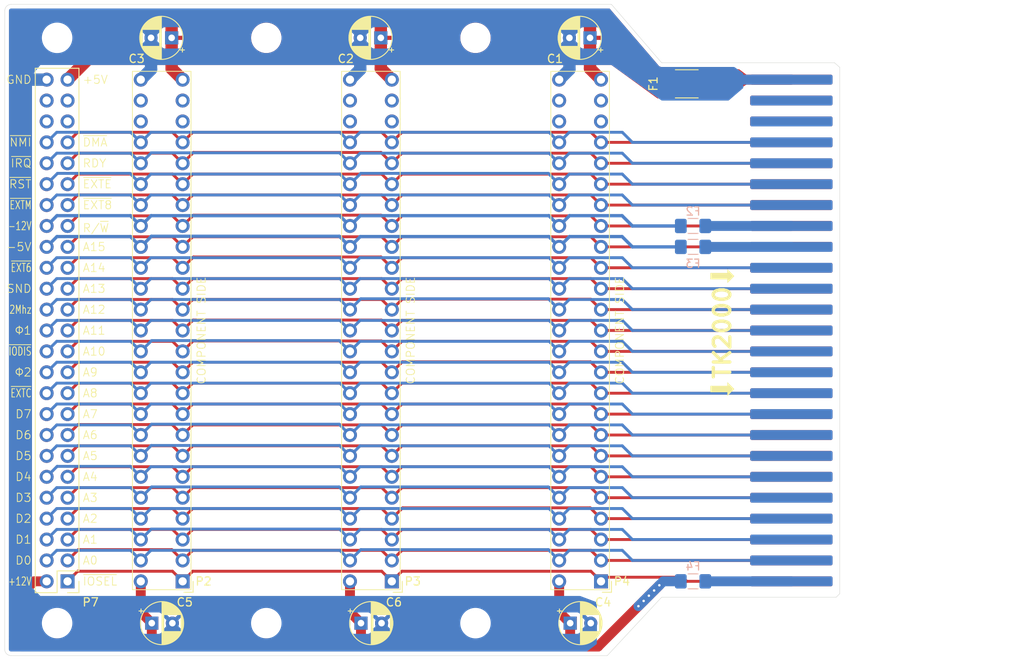
<source format=kicad_pcb>
(kicad_pcb
	(version 20241229)
	(generator "pcbnew")
	(generator_version "9.0")
	(general
		(thickness 1.6)
		(legacy_teardrops no)
	)
	(paper "A4")
	(layers
		(0 "F.Cu" signal)
		(2 "B.Cu" signal)
		(9 "F.Adhes" user "F.Adhesive")
		(11 "B.Adhes" user "B.Adhesive")
		(13 "F.Paste" user)
		(15 "B.Paste" user)
		(5 "F.SilkS" user "F.Silkscreen")
		(7 "B.SilkS" user "B.Silkscreen")
		(1 "F.Mask" user)
		(3 "B.Mask" user)
		(17 "Dwgs.User" user "User.Drawings")
		(19 "Cmts.User" user "User.Comments")
		(21 "Eco1.User" user "User.Eco1")
		(23 "Eco2.User" user "User.Eco2")
		(25 "Edge.Cuts" user)
		(27 "Margin" user)
		(31 "F.CrtYd" user "F.Courtyard")
		(29 "B.CrtYd" user "B.Courtyard")
		(35 "F.Fab" user)
		(33 "B.Fab" user)
		(39 "User.1" user)
		(41 "User.2" user)
		(43 "User.3" user)
		(45 "User.4" user)
	)
	(setup
		(pad_to_mask_clearance 0)
		(allow_soldermask_bridges_in_footprints no)
		(tenting front back)
		(pcbplotparams
			(layerselection 0x00000000_00000000_55555555_5755f5ff)
			(plot_on_all_layers_selection 0x00000000_00000000_00000000_00000000)
			(disableapertmacros no)
			(usegerberextensions no)
			(usegerberattributes yes)
			(usegerberadvancedattributes yes)
			(creategerberjobfile yes)
			(dashed_line_dash_ratio 12.000000)
			(dashed_line_gap_ratio 3.000000)
			(svgprecision 4)
			(plotframeref no)
			(mode 1)
			(useauxorigin no)
			(hpglpennumber 1)
			(hpglpenspeed 20)
			(hpglpendiameter 15.000000)
			(pdf_front_fp_property_popups yes)
			(pdf_back_fp_property_popups yes)
			(pdf_metadata yes)
			(pdf_single_document no)
			(dxfpolygonmode yes)
			(dxfimperialunits yes)
			(dxfusepcbnewfont yes)
			(psnegative no)
			(psa4output no)
			(plot_black_and_white yes)
			(sketchpadsonfab no)
			(plotpadnumbers no)
			(hidednponfab no)
			(sketchdnponfab yes)
			(crossoutdnponfab yes)
			(subtractmaskfromsilk no)
			(outputformat 1)
			(mirror no)
			(drillshape 1)
			(scaleselection 1)
			(outputdirectory "")
		)
	)
	(net 0 "")
	(net 1 "GND")
	(net 2 "+5V")
	(net 3 "+12V")
	(net 4 "Net-(P1-Pin_25)")
	(net 5 "-12V")
	(net 6 "Net-(P1-Pin_33)")
	(net 7 "Net-(P1-Pin_34)")
	(net 8 "-5V")
	(net 9 "Net-(P1-Pin_50)")
	(net 10 "P2_RESET")
	(net 11 "P2_IRQ")
	(net 12 "P2_PHI1")
	(net 13 "P2_EXT8")
	(net 14 "unconnected-(P1-Pin_24-Pad24)")
	(net 15 "P2_A14")
	(net 16 "P2_A5")
	(net 17 "P2_A12")
	(net 18 "P2_EXTE")
	(net 19 "P2_IODIS")
	(net 20 "P2_DMA")
	(net 21 "P2_A8")
	(net 22 "P2_NMI")
	(net 23 "P2_A7")
	(net 24 "P2_A10")
	(net 25 "P2_D7")
	(net 26 "P2_A11")
	(net 27 "P2_A2")
	(net 28 "unconnected-(P1-Pin_27-Pad27)")
	(net 29 "P2_A9")
	(net 30 "P2_A1")
	(net 31 "P2_A0")
	(net 32 "P2_D1")
	(net 33 "P2_R~{W}")
	(net 34 "P2_RDY")
	(net 35 "P2_D0")
	(net 36 "P2_A3")
	(net 37 "unconnected-(P1-Pin_23-Pad23)")
	(net 38 "P2_D2")
	(net 39 "P2_EXTC")
	(net 40 "P2_SOUND")
	(net 41 "P2_D5")
	(net 42 "P2_EXTM")
	(net 43 "P2_2M")
	(net 44 "P2_A4")
	(net 45 "P2_EXT6")
	(net 46 "P2_A15")
	(net 47 "P2_PHI2")
	(net 48 "unconnected-(P1-Pin_28-Pad28)")
	(net 49 "P2_IOSEL")
	(net 50 "P2_A13")
	(net 51 "P2_D4")
	(net 52 "P2_D6")
	(net 53 "P2_A6")
	(net 54 "P2_D3")
	(net 55 "unconnected-(P2-Pin_27-Pad27)")
	(net 56 "unconnected-(P2-Pin_24-Pad24)")
	(net 57 "unconnected-(P2-Pin_23-Pad23)")
	(net 58 "unconnected-(P2-Pin_28-Pad28)")
	(net 59 "unconnected-(P3-Pin_24-Pad24)")
	(net 60 "unconnected-(P3-Pin_23-Pad23)")
	(net 61 "unconnected-(P3-Pin_28-Pad28)")
	(net 62 "unconnected-(P3-Pin_27-Pad27)")
	(net 63 "unconnected-(P4-Pin_28-Pad28)")
	(net 64 "unconnected-(P4-Pin_23-Pad23)")
	(net 65 "unconnected-(P4-Pin_27-Pad27)")
	(net 66 "unconnected-(P4-Pin_24-Pad24)")
	(net 67 "unconnected-(P7-Pin_27-Pad27)")
	(net 68 "unconnected-(P7-Pin_28-Pad28)")
	(net 69 "unconnected-(P7-Pin_24-Pad24)")
	(net 70 "unconnected-(P7-Pin_23-Pad23)")
	(footprint "TK2000:PinSocket_2x25_P2.54mm_Vertical" (layer "F.Cu") (at 100.33 41.656))
	(footprint "Fuse:Fuse_1812_4532Metric_Pad1.30x3.40mm_HandSolder" (layer "F.Cu") (at 138.684 42.164 180))
	(footprint "MountingHole:MountingHole_3.2mm_M3_ISO7380" (layer "F.Cu") (at 87.63 107.696))
	(footprint "Capacitor_THT:CP_Radial_D5.0mm_P2.50mm" (layer "F.Cu") (at 99.124888 107.696))
	(footprint "TK2000:PinSocket_2x25_P2.54mm_Vertical" (layer "F.Cu") (at 74.93 41.656))
	(footprint "TK2000:Conector Edge" (layer "F.Cu") (at 151.384 72.136 90))
	(footprint "TK2000:PinSocket_2x25_P2.54mm_Vertical" (layer "F.Cu") (at 125.73 41.656))
	(footprint "MountingHole:MountingHole_3.2mm_M3_ISO7380" (layer "F.Cu") (at 113.03 107.696))
	(footprint "MountingHole:MountingHole_3.2mm_M3_ISO7380" (layer "F.Cu") (at 87.63 36.576))
	(footprint "Capacitor_THT:CP_Radial_D5.0mm_P2.50mm" (layer "F.Cu") (at 73.724888 107.696))
	(footprint "Capacitor_THT:CP_Radial_D5.0mm_P2.50mm" (layer "F.Cu") (at 124.524888 107.696))
	(footprint "MountingHole:MountingHole_3.2mm_M3_ISO7380" (layer "F.Cu") (at 62.23 36.576))
	(footprint "TK2000:PinHeader_2x25_P2.54mm_Vertical" (layer "F.Cu") (at 60.12 41.656))
	(footprint "MountingHole:MountingHole_3.2mm_M3_ISO7380" (layer "F.Cu") (at 113.03 36.576))
	(footprint "Capacitor_THT:CP_Radial_D5.0mm_P2.50mm"
		(layer "F.Cu")
		(uuid "d9cb1054-33f5-421b-879a-a9c9b048aa48")
		(at 76.135111 36.576 180)
		(descr "CP, Radial series, Radial, pin pitch=2.50mm, diameter=5mm, height=7mm, Electrolytic Capacitor")
		(tags "CP Radial series Radial pin pitch 2.50mm diameter 5mm height 7mm Electrolytic Capacitor")
		(property "Reference" "C3"
			(at 4.253111 -2.54 0)
			(layer "F.SilkS")
			(uuid "2f5a53ab-53ce-4bf6-a4ae-b163d1220430")
			(effects
				(font
					(size 1 1)
					(thickness 0.15)
				)
			)
		)
		(property "Value" "10uF"
			(at 1.25 3.75 0)
			(layer "F.Fab")
			(uuid "e62b8fa8-f4a0-4c0e-b140-7ee3b1592ba7")
			(effects
				(font
					(size 1 1)
					(thickness 0.15)
				)
			)
		)
		(property "Datasheet" ""
			(at 0 0 0)
			(layer "F.Fab")
			(hide yes)
			(uuid "ab36fdb4-9526-4ebb-9875-ecd671aa6a40")
			(effects
				(font
					(size 1.27 1.27)
					(thickness 0.15)
				)
			)
		)
		(property "Description" "Polarized capacitor, small symbol"
			(at 0 0 0)
			(layer "F.Fab")
			(hide yes)
			(uuid "ce0dd9e3-be71-40bb-9f18-c5920d002cf5")
			(effects
				(font
					(size 1.27 1.27)
					(thickness 0.15)
				)
			)
		)
		(property ki_fp_filters "CP_*")
		(path "/aacf48b0-fef1-4222-a99a-b12d55baa341")
		(sheetname "/")
		(sheetfile "TK2K_EXTENDER.kicad_sch")
		(attr through_hole)
		(fp_line
			(start 3.85 -0.283)
			(end 3.85 0.283)
			(stroke
				(width 0.12)
				(type solid)
			)
			(layer "F.SilkS")
			(uuid "ef363fb8-ba81-4914-8dc5-c3cb9df8b4f2")
		)
		(fp_line
			(start 3.81 -0.517)
			(end 3.81 0.517)
			(stroke
				(width 0.12)
				(type solid)
			)
			(layer "F.SilkS")
			(uuid "56f7c7b4-062d-4e4a-b432-4c657ba146bd")
		)
		(fp_line
			(start 3.77 -0.677)
			(end 3.77 0.677)
			(stroke
				(width 0.12)
				(type solid)
			)
			(layer "F.SilkS")
			(uuid "f6e29e9f-0949-4374-8228-fa998027d601")
		)
		(fp_line
			(start 3.73 -0.805)
			(end 3.73 0.805)
			(stroke
				(width 0.12)
				(type solid)
			)
			(layer "F.SilkS")
			(uuid "ac400536-66c9-4afd-b17c-b03c1ce46b8c")
		)
		(fp_line
			(start 3.69 -0.914)
			(end 3.69 0.914)
			(stroke
				(width 0.12)
				(type solid)
			)
			(layer "F.SilkS")
			(uuid "95d3606d-9aea-46da-892b-47ad05434829")
		)
		(fp_line
			(start 3.65 -1.011)
			(end 3.65 1.011)
			(stroke
				(width 0.12)
				(type solid)
			)
			(layer "F.SilkS")
			(uuid "b3127db4-351a-45d9-b1d7-5798d2b707b8")
		)
		(fp_line
			(start 3.61 -1.098)
			(end 3.61 1.098)
			(stroke
				(width 0.12)
				(type solid)
			)
			(layer "F.SilkS")
			(uuid "0e186dfa-9ef2-4a05-9232-6db855a40dab")
		)
		(fp_line
			(start 3.57 -1.177)
			(end 3.57 1.177)
			(stroke
				(width 0.12)
				(type solid)
			)
			(layer "F.SilkS")
			(uuid "ee933265-2bec-4fcb-824b-8692af1fe8f3")
		)
		(fp_line
			(start 3.53 1.04)
			(end 3.53 1.251)
			(stroke
				(width 0.12)
				(type solid)
			)
			(layer "F.SilkS")
			(uuid "01d7af0c-da95-4fb6-a9b9-092a3d644c9b")
		)
		(fp_line
			(start 3.53 -1.251)
			(end 3.53 -1.04)
			(stroke
				(width 0.12)
				(type solid)
			)
			(layer "F.SilkS")
			(uuid "cc5573d9-d554-4fb1-831c-61eb57969606")
		)
		(fp_line
			(start 3.49 1.04)
			(end 3.49 1.319)
			(stroke
				(width 0.12)
				(type solid)
			)
			(layer "F.SilkS")
			(uuid "98a58603-ebd8-42ab-a917-7782825b561e")
		)
		(fp_line
			(start 3.49 -1.319)
			(end 3.49 -1.04)
			(stroke
				(width 0.12)
				(type solid)
			)
			(layer "F.SilkS")
			(uuid "85877a4b-d12e-41af-81c3-65e098baf776")
		)
		(fp_line
			(start 3.45 1.04)
			(end 3.45 1.383)
			(stroke
				(width 0.12)
				(type solid)
			)
			(layer "F.SilkS")
			(uuid "071184a2-0ab0-4bd9-92f8-ccbe1f3ee263")
		)
		(fp_line
			(start 3.45 -1.383)
			(end 3.45 -1.04)
			(stroke
				(width 0.12)
				(type solid)
			)
			(layer "F.SilkS")
			(uuid "3e5571bb-609d-487b-9067-ae1ca0d93bc7")
		)
		(fp_line
			(start 3.41 1.04)
			(end 3.41 1.443)
			(stroke
				(width 0.12)
				(type solid)
			)
			(layer "F.SilkS")
			(uuid "5f66a9d2-cca5-4993-a5fd-5c9297d21689")
		)
		(fp_line
			(start 3.41 -1.443)
			(end 3.41 -1.04)
			(stroke
				(width 0.12)
				(type solid)
			)
			(layer "F.SilkS")
			(uuid "9492f7a1-bf26-487a-a11a-e1a4dfea9987")
		)
		(fp_line
			(start 3.37 1.04)
			(end 3.37 1.499)
			(stroke
				(width 0.12)
				(type solid)
			)
			(layer "F.SilkS")
			(uuid "db017f9b-c0de-4fd0-8efc-1360c1162a32")
		)
		(fp_line
			(start 3.37 -1.499)
			(end 3.37 -1.04)
			(stroke
				(width 0.12)
				(type solid)
			)
			(layer "F.SilkS")
			(uuid "551ef86e-f9f7-4ba5-a6e2-96c87de4756b")
		)
		(fp_line
			(start 3.33 1.04)
			(end 3.33 1.553)
			(stroke
				(width 0.12)
				(type solid)
			)
			(layer "F.SilkS")
			(uuid "b7d5ed50-6270-45d7-96cd-18ba3f777d3f")
		)
		(fp_line
			(start 3.33 -1.553)
			(end 3.33 -1.04)
			(stroke
				(width 0.12)
				(type solid)
			)
			(layer "F.SilkS")
			(uuid "eb20dde4-282a-4c58-b5ee-c1871b0fdb4d")
		)
		(fp_line
			(start 3.29 1.04)
			(end 3.29 1.604)
			(stroke
				(width 0.12)
				(type solid)
			)
			(layer "F.SilkS")
			(uuid "1e50c43b-56db-4a7d-a553-77f491f80d2a")
		)
		(fp_line
			(start 3.29 -1.604)
			(end 3.29 -1.04)
			(stroke
				(width 0.12)
				(type solid)
			)
			(layer "F.SilkS")
			(uuid "69403f73-1045-46a0-8c52-21abdb3887a1")
		)
		(fp_line
			(start 3.25 1.04)
			(end 3.25 1.652)
			(stroke
				(width 0.12)
				(type solid)
			)
			(layer "F.SilkS")
			(uuid "ef240ea9-f196-41d8-8083-132040f10be7")
		)
		(fp_line
			(start 3.25 -1.652)
			(end 3.25 -1.04)
			(stroke
				(width 0.12)
				(type solid)
			)
			(layer "F.SilkS")
			(uuid "41f09212-c5d6-4b35-ba70-d2b0a05eed7a")
		)
		(fp_line
			(start 3.21 1.04)
			(end 3.21 1.699)
			(stroke
				(width 0.12)
				(type solid)
			)
			(layer "F.SilkS")
			(uuid "bdcf616c-bd9a-4201-bd7a-d4f92ca8a0fd")
		)
		(fp_line
			(start 3.21 -1.699)
			(end 3.21 -1.04)
			(stroke
				(width 0.12)
				(type solid)
			)
			(layer "F.SilkS")
			(uuid "82a040da-0744-492d-b800-1a8823d104ce")
		)
		(fp_line
			(start 3.17 1.04)
			(end 3.17 1.743)
			(stroke
				(width 0.12)
				(type solid)
			)
			(layer "F.SilkS")
			(uuid "497ed716-4183-4ae2-8221-b097410faaed")
		)
		(fp_line
			(start 3.17 -1.743)
			(end 3.17 -1.04)
			(stroke
				(width 0.12)
				(type solid)
			)
			(layer "F.SilkS")
			(uuid "17bcbca8-f7a7-446d-a938-885ab9e44ad7")
		)
		(fp_line
			(start 3.13 1.04)
			(end 3.13 1.785)
			(stroke
				(width 0.12)
				(type solid)
			)
			(layer "F.SilkS")
			(uuid "cd57300a-f67b-4106-bed3-e2f218cc06c7")
		)
		(fp_line
			(start 3.13 -1.785)
			(end 3.13 -1.04)
			(stroke
				(width 0.12)
				(type solid)
			)
			(layer "F.SilkS")
			(uuid "99fb2dcf-6456-42a1-a71d-0ab742e67ddf")
		)
		(fp_line
			(start 3.09 1.04)
			(end 3.09 1.825)
			(stroke
				(width 0.12)
				(type solid)
			)
			(layer "F.SilkS")
			(uuid "3158418f-3433-45b7-9cb3-064ec90532fd")
		)
		(fp_line
			(start 3.09 -1.825)
			(end 3.09 -1.04)
			(stroke
				(width 0.12)
				(type solid)
			)
			(layer "F.SilkS")
			(uuid "f06fa067-5eb5-4683-933d-f77ff72e2eac")
		)
		(fp_line
			(start 3.05 1.04)
			(end 3.05 1.864)
			(stroke
				(width 0.12)
				(type solid)
			)
			(layer "F.SilkS")
			(uuid "793ddf22-42e9-40e5-9e90-ccb7ec99f173")
		)
		(fp_line
			(start 3.05 -1.864)
			(end 3.05 -1.04)
			(stroke
				(width 0.12)
				(type solid)
			)
			(layer "F.SilkS")
			(uuid "37602750-5b69-44e5-bac1-6178668364fe")
		)
		(fp_line
			(start 3.01 1.04)
			(end 3.01 1.901)
			(stroke
				(width 0.12)
				(type solid)
			)
			(layer "F.SilkS")
			(uuid "c3ddf3d4-6bfa-4cca-aa4b-9124e853a429")
		)
		(fp_line
			(start 3.01 -1.901)
			(end 3.01 -1.04)
			(stroke
				(width 0.12)
				(type solid)
			)
			(layer "F.SilkS")
			(uuid "9bb14438-1bc1-40f1-8310-b738a218379d")
		)
		(fp_line
			(start 2.97 1.04)
			(end 2.97 1.936)
			(stroke
				(width 0.12)
				(type solid)
			)
			(layer "F.SilkS")
			(uuid "0278f069-072d-4f5a-bf5e-3fde3adac240")
		)
		(fp_line
			(start 2.97 -1.936)
			(end 2.97 -1.04)
			(stroke
				(width 0.12)
				(type solid)
			)
			(layer "F.SilkS")
			(uuid "9074549c-2424-4d2b-bcf2-6a0ce1632262")
		)
		(fp_line
			(start 2.93 1.04)
			(end 2.93 1.97)
			(stroke
				(width 0.12)
				(type solid)
			)
			(layer "F.SilkS")
			(uuid "8d4e7cd2-a5e5-4d3c-8b7b-07c983b1fece")
		)
		(fp_line
			(start 2.93 -1.97)
			(end 2.93 -1.04)
			(stroke
				(width 0.12)
				(type solid)
			)
			(layer "F.SilkS")
			(uuid "d109640c-7a50-411a-9b39-8cc6c7fe63d2")
		)
		(fp_line
			(start 2.89 1.04)
			(end 2.89 2.003)
			(stroke
				(width 0.12)
				(type solid)
			)
			(layer "F.SilkS")
			(uuid "22a5f981-6efb-4194-a990-23b2bd9fee6e")
		)
		(fp_line
			(start 2.89 -2.003)
			(end 2.89 -1.04)
			(stroke
				(width 0.12)
				(type solid)
			)
			(layer "F.SilkS")
			(uuid "14116ad4-7850-4fb6-b9fc-19ca3c0cc219")
		)
		(fp_line
			(start 2.85 1.04)
			(end 2.85 2.035)
			(stroke
				(width 0.12)
				(type solid)
			)
			(layer "F.SilkS")
			(uuid "1c9ce50b-eb91-4261-92ae-dc518ca74291")
		)
		(fp_line
			(start 2.85 -2.035)
			(end 2.85 -1.04)
			(stroke
				(width 0.12)
				(type solid)
			)
			(layer "F.SilkS")
			(uuid "f11815be-c3f3-4062-9125-2ba1f7c9cc4c")
		)
		(fp_line
			(start 2.81 1.04)
			(end 2.81 2.065)
			(stroke
				(width 0.12)
				(type solid)
			)
			(layer "F.SilkS")
			(uuid "eaab98af-116f-42cf-b0a1-6e6d5f74d225")
		)
		(fp_line
			(start 2.81 -2.065)
			(end 2.81 -1.04)
			(stroke
				(width 0.12)
				(type solid)
			)
			(layer "F.SilkS")
			(uuid "58b982a4-1210-482d-89c8-8a3c538703be")
		)
		(fp_line
			(start 2.77 1.04)
			(end 2.77 2.094)
			(stroke
				(width 0.12)
				(type solid)
			)
			(layer "F.SilkS")
			(uuid "97bd3741-ad24-47eb-9054-824c270dbe9d")
		)
		(fp_line
			(start 2.77 -2.094)
			(end 2.77 -1.04)
			(stroke
				(width 0.12)
				(type solid)
			)
			(layer "F.SilkS")
			(uuid "f327717d-531d-4639-b1bf-cd44a95d6b70")
		)
		(fp_line
			(start 2.73 1.04)
			(end 2.73 2.122)
			(stroke
				(width 0.12)
				(type solid)
			)
			(layer "F.SilkS")
			(uuid "cdfececb-0038-4022-bc58-53643d0421ba")
		)
		(fp_line
			(start 2.73 -2.122)
			(end 2.73 -1.04)
			(stroke
				(width 0.12)
				(type solid)
			)
			(layer "F.SilkS")
			(uuid "fac826b2-4a90-4195-947d-a6bd424266f7")
		)
		(fp_line
			(start 2.69 1.04)
			(end 2.69 2.149)
			(stroke
				(width 0.12)
				(type solid)
			)
			(layer "F.SilkS")
			(uuid "766797f4-8567-4e2e-a9c4-1bc4862d5769")
		)
		(fp_line
			(start 2.69 -2.149)
			(end 2.69 -1.04)
			(stroke
				(width 0.12)
				(type solid)
			)
			(layer "F.SilkS")
			(uuid "2a1d053a-4f8c-46e2-bf08-97bad2ac576e")
		)
		(fp_line
			(start 2.65 1.04)
			(end 2.65 2.175)
			(stroke
				(width 0.12)
				(type solid)
			)
			(layer "F.SilkS")
			(uuid "c2440d39-5545-461f-93fb-672e233c66ba")
		)
		(fp_line
			(start 2.65 -2.175)
			(end 2.65 -1.04)
			(stroke
				(width 0.12)
				(type solid)
			)
			(layer "F.SilkS")
			(uuid "13627422-86a0-4743-b569-43f484b02c52")
		)
		(fp_line
			(start 2.61 1.04)
			(end 2.61 2.199)
			(stroke
				(width 0.12)
				(type solid)
			)
			(layer "F.SilkS")
			(uuid "0602ea14-9bf8-41ec-83ec-b852442c1fe7")
		)
		(fp_line
			(start 2.61 -2.199)
			(end 2.61 -1.04)
			(stroke
				(width 0.12)
				(type solid)
			)
			(layer "F.SilkS")
			(uuid "797fefb1-8dc8-424a-96e3-0a785628e6b5")
		)
		(fp_line
			(start 2.57 1.04)
			(end 2.57 2.223)
			(stroke
				(width 0.12)
				(type solid)
			)
			(layer "F.SilkS")
			(uuid "70ba9f47-5df0-42da-a0d6-31317e8108e4")
		)
		(fp_line
			(start 2.57 -2.223)
			(end 2.57 -1.04)
			(stroke
				(width 0.12)
				(type solid)
			)
			(layer "F.SilkS")
			(uuid "4bc373d2-a3a5-4409-8fbe-ae3ba10f415d")
		)
		(fp_line
			(start 2.53 1.04)
			(end 2.53 2.246)
			(stroke
				(width 0.12)
				(type solid)
			)
			(layer "F.SilkS")
			(uuid "672986c0-5795-4645-b4b3-b59a4a0e67da")
		)
		(fp_line
			(start 2.53 -2.246)
			(end 2.53 -1.04)
			(stroke
				(width 0.12)
				(type solid)
			)
			(layer "F.SilkS")
			(uuid "a79c9324-7e9d-480d-951c-a7e2d30a7675")
		)
		(fp_line
			(start 2.49 1.04)
			(end 2.49 2.268)
			(stroke
				(width 0.12)
				(type solid)
			)
			(layer "F.SilkS")
			(uuid "cd37a25b-3d19-4754-a29d-8a6595c34121")
		)
		(fp_line
			(start 2.49 -2.268)
			(end 2.49 -1.04)
			(stroke
				(width 0.12)
				(type solid)
			)
			(layer "F.SilkS")
			(uuid "54106c06-8024-4ade-afa4-9cac0d27b4b0")
		)
		(fp_line
			(start 2.45 1.04)
			(end 2.45 2.289)
			(stroke
				(width 0.12)
				(type solid)
			)
			(layer "F.SilkS")
			(uuid "a328f280-3fd2-4eac-803c-3c246a965497")
		)
		(fp_line
			(start 2.45 -2.289)
			(end 2.45 -1.04)
			(stroke
				(width 0.12)
				(type solid)
			)
			(layer "F.SilkS")
			(uuid "e631fc48-5ff2-48c0-8984-41dde540b4c9")
		)
		(fp_line
			(start 2.41 1.04)
			(end 2.41 2.309)
			(stroke
				(width 0.12)
				(type solid)
			)
			(layer "F.SilkS")
			(uuid "4df61fed-c594-4351-a185-9c117d4d005d")
		)
		(fp_line
			(start 2.41 -2.309)
			(end 2.41 -1.04)
			(stroke
				(width 0.12)
				(type solid)
			)
			(layer "F.SilkS")
			(uuid "aabb64e2-8eb8-45d5-8929-9f8ab787cdef")
		)
		(fp_line
			(start 2.37 1.04)
			(end 2.37 2.329)
			(stroke
				(width 0.12)
				(type solid)
			)
			(layer "F.SilkS")
			(uuid "f7caccf7-5588-437b-95f8-58c65622863d")
		)
		(fp_line
			(start 2.37 -2.329)
			(end 2.37 -1.04)
			(stroke
				(width 0.12)
				(type solid)
			)
			(layer "F.SilkS")
			(uuid "de9081dc-3058-461d-a952-6fe489dffda6")
		)
		(fp_line
			(start 2.33 1.04)
			(end 2.33 2.347)
			(stroke
				(width 0.12)
				(type solid)
			)
			(layer "F.SilkS")
			(uuid "33969b09-3262-4765-b552-c82467edc61c")
		)
		(fp_line
			(start 2.33 -2.347)
			(end 2.33 -1.04)
			(stroke
				(width 0.12)
				(type solid)
			)
			(layer "F.SilkS")
			(uuid "2a023924-95fb-4cd8-b6c8-498cc42d6a3c")
		)
		(fp_line
			(start 2.29 1.04)
			(end 2.29 2.365)
			(stroke
				(width 0.12)
				(type solid)
			)
			(layer "F.SilkS")
			(uuid "0699ce8f-4d49-4a6c-969b-b75852a39889")
		)
		(fp_line
			(start 2.29 -2.365)
			(end 2.29 -1.04)
			(stroke
				(width 0.12)
				(type solid)
			)
			(layer "F.SilkS")
			(uuid "fd946f20-3b03-438c-b6ed-7f194d4cae80")
		)
		(fp_line
			(start 2.25 1.04)
			(end 2.25 2.382)
			(stroke
				(width 0.12)
				(type solid)
			)
			(layer "F.SilkS")
			(uuid "8ac87762-4029-44da-bc51-cb03b6cbd905")
		)
		(fp_line
			(start 2.25 -2.382)
			(end 2.25 -1.04)
			(stroke
				(width 0.12)
				(type solid)
			)
			(layer "F.SilkS")
			(uuid "9b540b88-ce67-43e3-bd65-3fd528fef258")
		)
		(fp_line
			(start 2.21 1.04)
			(end 2.21 2.398)
			(stroke
				(width 0.12)
				(type solid)
			)
			(layer "F.SilkS")
			(uuid "4e209b47-cd02-4e92-aeee-2626e98a4459")
		)
		(fp_line
			(start 2.21 -2.398)
			(end 2.21 -1.04)
			(stroke
				(width 0.12)
				(type solid)
			)
			(layer "F.SilkS")
			(uuid "a7670083-f56c-47ae-9ae5-88605a81c815")
		)
		(fp_line
			(start 2.17 1.04)
			(end 2.17 2.413)
			(stroke
				(width 0.12)
				(type solid)
			)
			(layer "F.SilkS")
			(uuid "5e74fc8c-9341-4c41-94b0-2a14d08905eb")
		)
		(fp_line
			(start 2.17 -2.413)
			(end 2.17 -1.04)
			(stroke
				(width 0.12)
				(type solid)
			)
			(layer "F.SilkS")
			(uuid "9bb7e2b4-88ed-4e3e-af29-187da412eba2")
		)
		(fp_line
			(start 2.13 1.04)
			(end 2.13 2.428)
			(stroke
				(width 0.12)
				(type solid)
			)
			(layer "F.SilkS")
			(uuid "739e6901-59e3-4b96-a261-14459ffcbae7")
		)
		(fp_line
			(start 2.13 -2.428)
			(end 2.13 -1.04)
			(stroke
				(width 0.12)
				(type solid)
			)
			(layer "F.SilkS")
			(uuid "a
... [230550 chars truncated]
</source>
